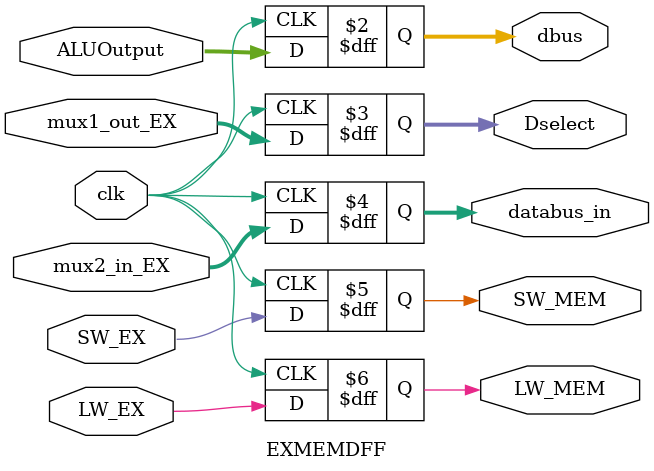
<source format=v>
`timescale 1ns / 1ps


module EXMEMDFF(ALUOutput, mux1_out_EX, mux2_in_EX, SW_EX, LW_EX, clk, dbus, Dselect, SW_MEM, LW_MEM, databus_in);
    //Declare inputs and outputs
    input[31:0] ALUOutput, mux1_out_EX, mux2_in_EX;
    input clk, SW_EX, LW_EX;
    output reg[31:0] dbus, Dselect, databus_in;
    output reg SW_MEM, LW_MEM;
    //Assign flip-flop values
    always @(posedge clk) begin
        dbus = ALUOutput;
        Dselect = mux1_out_EX;
        databus_in = mux2_in_EX;
        SW_MEM = SW_EX;
        LW_MEM = LW_EX;
    end
endmodule

</source>
